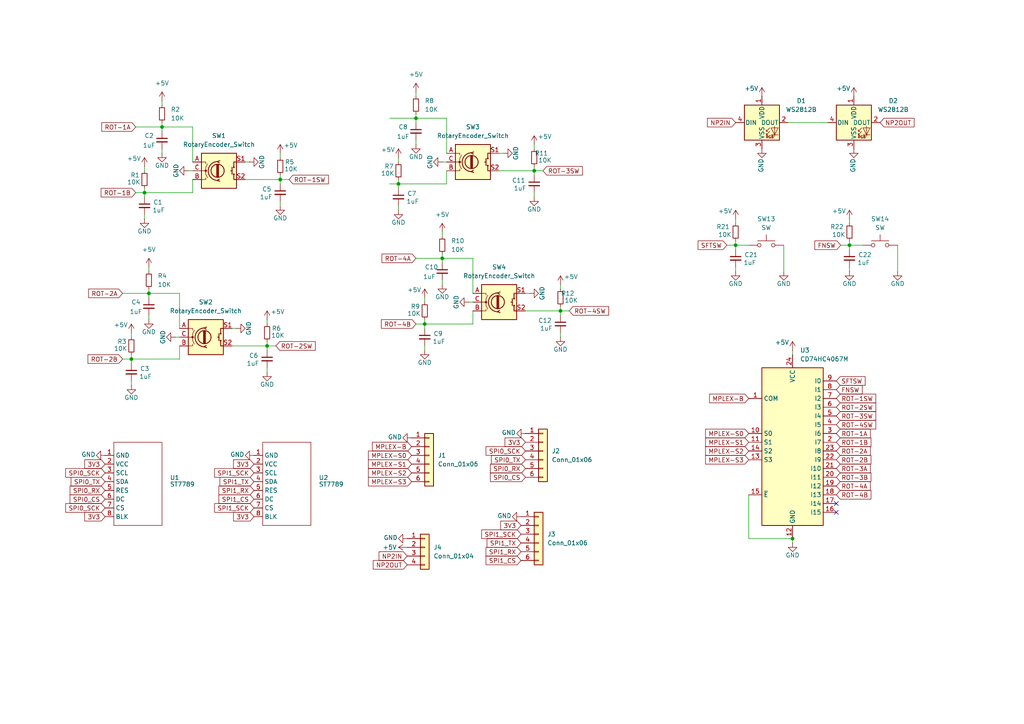
<source format=kicad_sch>
(kicad_sch (version 20231120) (generator "eeschema") (generator_version "8.0")
  (paper "A4")
  (lib_symbols
    (symbol "74xx:CD74HC4067M"
      (property "Reference" "U" (at -8.89 22.86 0))
      (property "Value" "CD74HC4067M" (at 1.27 22.86 0))
      (symbol "CD74HC4067M_0_1"
        (rectangle (start -8.89 21.59) (end 8.89 -24.13) (stroke (width 0.254)) (fill (type background)))
      )
      (symbol "CD74HC4067M_1_1"
        (pin passive line (at -12.7 12.7 0) (length 3.81) (name "COM") (number "1"))
        (pin input line (at -12.7 2.54 0) (length 3.81) (name "S0") (number "10"))
        (pin input line (at -12.7 0 0) (length 3.81) (name "S1") (number "11"))
        (pin power_in line (at 0 -27.94 90) (length 3.81) (name "GND") (number "12"))
        (pin input line (at -12.7 -5.08 0) (length 3.81) (name "S3") (number "13"))
        (pin input line (at -12.7 -2.54 0) (length 3.81) (name "S2") (number "14"))
        (pin input line (at -12.7 -15.24 0) (length 3.81) (name "~{E}") (number "15"))
        (pin passive line (at 12.7 -20.32 180) (length 3.81) (name "I15") (number "16"))
        (pin passive line (at 12.7 -17.78 180) (length 3.81) (name "I14") (number "17"))
        (pin passive line (at 12.7 -15.24 180) (length 3.81) (name "I13") (number "18"))
        (pin passive line (at 12.7 -12.7 180) (length 3.81) (name "I12") (number "19"))
        (pin passive line (at 12.7 0 180) (length 3.81) (name "I7") (number "2"))
        (pin passive line (at 12.7 -10.16 180) (length 3.81) (name "I11") (number "20"))
        (pin passive line (at 12.7 -7.62 180) (length 3.81) (name "I10") (number "21"))
        (pin passive line (at 12.7 -5.08 180) (length 3.81) (name "I9") (number "22"))
        (pin passive line (at 12.7 -2.54 180) (length 3.81) (name "I8") (number "23"))
        (pin power_in line (at 0 25.4 270) (length 3.81) (name "VCC") (number "24"))
        (pin passive line (at 12.7 2.54 180) (length 3.81) (name "I6") (number "3"))
        (pin passive line (at 12.7 5.08 180) (length 3.81) (name "I5") (number "4"))
        (pin passive line (at 12.7 7.62 180) (length 3.81) (name "I4") (number "5"))
        (pin passive line (at 12.7 10.16 180) (length 3.81) (name "I3") (number "6"))
        (pin passive line (at 12.7 12.7 180) (length 3.81) (name "I2") (number "7"))
        (pin passive line (at 12.7 15.24 180) (length 3.81) (name "I1") (number "8"))
        (pin passive line (at 12.7 17.78 180) (length 3.81) (name "I0") (number "9"))
      )
    )
    (symbol "Connector_Generic:Conn_01x04" (pin_names (offset 1.016) hide)
      (property "Reference" "J" (at 0 5.08 0))
      (property "Value" "Conn_01x04" (at 0 -7.62 0))
      (symbol "Conn_01x04_1_1"
        (rectangle (start -1.27 -4.953) (end 0 -5.207) (stroke (width 0.1524)))
        (rectangle (start -1.27 -2.413) (end 0 -2.667) (stroke (width 0.1524)))
        (rectangle (start -1.27 0.127) (end 0 -0.127) (stroke (width 0.1524)))
        (rectangle (start -1.27 2.667) (end 0 2.413) (stroke (width 0.1524)))
        (rectangle (start -1.27 3.81) (end 1.27 -6.35) (stroke (width 0.254)) (fill (type background)))
        (pin passive line (at -5.08 2.54 0) (length 3.81) (name "Pin_1") (number "1"))
        (pin passive line (at -5.08 0 0) (length 3.81) (name "Pin_2") (number "2"))
        (pin passive line (at -5.08 -2.54 0) (length 3.81) (name "Pin_3") (number "3"))
        (pin passive line (at -5.08 -5.08 0) (length 3.81) (name "Pin_4") (number "4"))
      )
    )
    (symbol "Connector_Generic:Conn_01x06" (pin_names (offset 1.016) hide)
      (property "Reference" "J" (at 0 7.62 0))
      (property "Value" "Conn_01x06" (at 0 -10.16 0))
      (symbol "Conn_01x06_1_1"
        (rectangle (start -1.27 -7.493) (end 0 -7.747) (stroke (width 0.1524)))
        (rectangle (start -1.27 -4.953) (end 0 -5.207) (stroke (width 0.1524)))
        (rectangle (start -1.27 -2.413) (end 0 -2.667) (stroke (width 0.1524)))
        (rectangle (start -1.27 0.127) (end 0 -0.127) (stroke (width 0.1524)))
        (rectangle (start -1.27 2.667) (end 0 2.413) (stroke (width 0.1524)))
        (rectangle (start -1.27 5.207) (end 0 4.953) (stroke (width 0.1524)))
        (rectangle (start -1.27 6.35) (end 1.27 -8.89) (stroke (width 0.254)) (fill (type background)))
        (pin passive line (at -5.08 5.08 0) (length 3.81) (name "Pin_1") (number "1"))
        (pin passive line (at -5.08 2.54 0) (length 3.81) (name "Pin_2") (number "2"))
        (pin passive line (at -5.08 0 0) (length 3.81) (name "Pin_3") (number "3"))
        (pin passive line (at -5.08 -2.54 0) (length 3.81) (name "Pin_4") (number "4"))
        (pin passive line (at -5.08 -5.08 0) (length 3.81) (name "Pin_5") (number "5"))
        (pin passive line (at -5.08 -7.62 0) (length 3.81) (name "Pin_6") (number "6"))
      )
    )
    (symbol "Device:C_Small" (pin_numbers hide) (pin_names (offset 0.254) hide)
      (property "Reference" "C" (at 0.254 1.778 0))
      (property "Value" "C_Small" (at 0.254 -2.032 0))
      (symbol "C_Small_0_1"
        (polyline (pts (xy -1.524 -0.508) (xy 1.524 -0.508)) (stroke (width 0.3302)))
        (polyline (pts (xy -1.524 0.508) (xy 1.524 0.508)) (stroke (width 0.3048)))
      )
      (symbol "C_Small_1_1"
        (pin passive line (at 0 2.54 270) (length 2.032) (name "~") (number "1"))
        (pin passive line (at 0 -2.54 90) (length 2.032) (name "~") (number "2"))
      )
    )
    (symbol "Device:R_Small" (pin_numbers hide) (pin_names (offset 0.254) hide)
      (property "Reference" "R" (at 0.762 0.508 0))
      (property "Value" "R_Small" (at 0.762 -1.016 0))
      (symbol "R_Small_0_1"
        (rectangle (start -0.762 1.778) (end 0.762 -1.778) (stroke (width 0.2032)))
      )
      (symbol "R_Small_1_1"
        (pin passive line (at 0 2.54 270) (length 0.762) (name "~") (number "1"))
        (pin passive line (at 0 -2.54 90) (length 0.762) (name "~") (number "2"))
      )
    )
    (symbol "Device:RotaryEncoder_Switch" (pin_names (offset 0.254) hide)
      (property "Reference" "SW" (at 0 6.604 0))
      (property "Value" "RotaryEncoder_Switch" (at 0 -6.604 0))
      (symbol "RotaryEncoder_Switch_0_1"
        (rectangle (start -5.08 5.08) (end 5.08 -5.08) (stroke (width 0.254)) (fill (type background)))
        (circle (center -3.81 0) (radius 0.254) (fill (type outline)))
        (circle (center -0.381 0) (radius 1.905) (stroke (width 0.254)))
        (arc (start -0.381 2.667) (mid -3.0988 -0.0635) (end -0.381 -2.794) (stroke (width 0.254)))
        (polyline (pts (xy -0.635 -1.778) (xy -0.635 1.778)) (stroke (width 0.254)))
        (polyline (pts (xy -0.381 -1.778) (xy -0.381 1.778)) (stroke (width 0.254)))
        (polyline (pts (xy -0.127 1.778) (xy -0.127 -1.778)) (stroke (width 0.254)))
        (polyline (pts (xy 3.81 0) (xy 3.429 0)) (stroke (width 0.254)))
        (polyline (pts (xy 3.81 1.016) (xy 3.81 -1.016)) (stroke (width 0.254)))
        (polyline (pts (xy -5.08 -2.54) (xy -3.81 -2.54) (xy -3.81 -2.032)))
        (polyline (pts (xy -5.08 2.54) (xy -3.81 2.54) (xy -3.81 2.032)))
        (polyline (pts (xy 0.254 -3.048) (xy -0.508 -2.794) (xy 0.127 -2.413)) (stroke (width 0.254)))
        (polyline (pts (xy 0.254 2.921) (xy -0.508 2.667) (xy 0.127 2.286)) (stroke (width 0.254)))
        (polyline (pts (xy 5.08 -2.54) (xy 4.318 -2.54) (xy 4.318 -1.016)) (stroke (width 0.254)))
        (polyline (pts (xy 5.08 2.54) (xy 4.318 2.54) (xy 4.318 1.016)) (stroke (width 0.254)))
        (polyline (pts (xy -5.08 0) (xy -3.81 0) (xy -3.81 -1.016) (xy -3.302 -2.032)))
        (polyline (pts (xy -4.318 0) (xy -3.81 0) (xy -3.81 1.016) (xy -3.302 2.032)))
        (circle (center 4.318 -1.016) (radius 0.127) (stroke (width 0.254)))
        (circle (center 4.318 1.016) (radius 0.127) (stroke (width 0.254)))
      )
      (symbol "RotaryEncoder_Switch_1_1"
        (pin passive line (at -7.62 2.54 0) (length 2.54) (name "A") (number "A"))
        (pin passive line (at -7.62 -2.54 0) (length 2.54) (name "B") (number "B"))
        (pin passive line (at -7.62 0 0) (length 2.54) (name "C") (number "C"))
        (pin passive line (at 7.62 2.54 180) (length 2.54) (name "S1") (number "S1"))
        (pin passive line (at 7.62 -2.54 180) (length 2.54) (name "S2") (number "S2"))
      )
    )
    (symbol "LED:WS2812B" (pin_names (offset 0.254))
      (property "Reference" "D" (at 5.08 5.715 0))
      (property "Value" "WS2812B" (at 1.27 -5.715 0))
      (symbol "WS2812B_0_0"
        (text "RGB" (at 2.286 -4.191 0) (effects (font (size 0.762 0.762))))
      )
      (symbol "WS2812B_0_1"
        (polyline (pts (xy 1.27 -3.556) (xy 1.778 -3.556)))
        (polyline (pts (xy 1.27 -2.54) (xy 1.778 -2.54)))
        (polyline (pts (xy 4.699 -3.556) (xy 2.667 -3.556)))
        (polyline (pts (xy 2.286 -2.54) (xy 1.27 -3.556) (xy 1.27 -3.048)))
        (polyline (pts (xy 2.286 -1.524) (xy 1.27 -2.54) (xy 1.27 -2.032)))
        (polyline (pts (xy 3.683 -1.016) (xy 3.683 -3.556) (xy 3.683 -4.064)))
        (polyline (pts (xy 4.699 -1.524) (xy 2.667 -1.524) (xy 3.683 -3.556) (xy 4.699 -1.524)))
        (rectangle (start 5.08 5.08) (end -5.08 -5.08) (stroke (width 0.254)) (fill (type background)))
      )
      (symbol "WS2812B_1_1"
        (pin power_in line (at 0 7.62 270) (length 2.54) (name "VDD") (number "1"))
        (pin output line (at 7.62 0 180) (length 2.54) (name "DOUT") (number "2"))
        (pin power_in line (at 0 -7.62 90) (length 2.54) (name "VSS") (number "3"))
        (pin input line (at -7.62 0 0) (length 2.54) (name "DIN") (number "4"))
      )
    )
    (symbol "Switch:SW_Push" (pin_numbers hide) (pin_names (offset 1.016) hide)
      (property "Reference" "SW" (at 1.27 2.54 0))
      (property "Value" "SW_Push" (at 0 -1.524 0))
      (symbol "SW_Push_0_1"
        (circle (center -2.032 0) (radius 0.508))
        (polyline (pts (xy 0 1.27) (xy 0 3.048)))
        (polyline (pts (xy 2.54 1.27) (xy -2.54 1.27)))
        (circle (center 2.032 0) (radius 0.508))
        (pin passive line (at -5.08 0 0) (length 2.54) (name "1") (number "1"))
        (pin passive line (at 5.08 0 180) (length 2.54) (name "2") (number "2"))
      )
    )
    (symbol "power:+5V" (power) (pin_numbers hide) (pin_names (offset 0) hide)
      (property "Value" "+5V" (at 0 3.556 0))
      (symbol "+5V_0_1"
        (polyline (pts (xy -0.762 1.27) (xy 0 2.54)))
        (polyline (pts (xy 0 0) (xy 0 2.54)))
        (polyline (pts (xy 0 2.54) (xy 0.762 1.27)))
      )
      (symbol "+5V_1_1"
        (pin power_in line (at 0 0 90) (length 0) (name "~") (number "1"))
      )
    )
    (symbol "power:GND" (power) (pin_numbers hide) (pin_names (offset 0) hide)
      (property "Value" "GND" (at 0 -3.81 0))
      (symbol "GND_0_1"
        (polyline (pts (xy 0 0) (xy 0 -1.27) (xy 1.27 -1.27) (xy 0 -2.54) (xy -1.27 -1.27) (xy 0 -1.27)))
      )
      (symbol "GND_1_1"
        (pin power_in line (at 0 0 270) (length 0) (name "~") (number "1"))
      )
    )
    (symbol "r3m1xxx_Library:ST7789-oled"
      (property "Reference" "U" (at -1.016 9.652 0))
      (symbol "ST7789-oled_0_1"
        (rectangle (start -7.62 11.43) (end 6.35 -12.7))
      )
      (symbol "ST7789-oled_1_1"
        (pin input line (at -10.16 7.62 0) (length 2.54) (name "GND") (number "1"))
        (pin input line (at -10.16 5.08 0) (length 2.54) (name "VCC") (number "2"))
        (pin input line (at -10.16 2.54 0) (length 2.54) (name "SCL") (number "3"))
        (pin input line (at -10.16 0 0) (length 2.54) (name "SDA") (number "4"))
        (pin input line (at -10.16 -2.54 0) (length 2.54) (name "RES") (number "5"))
        (pin input line (at -10.16 -5.08 0) (length 2.54) (name "DC") (number "6"))
        (pin input line (at -10.16 -7.62 0) (length 2.54) (name "CS") (number "7"))
        (pin input line (at -10.16 -10.16 0) (length 2.54) (name "BLK") (number "8"))
      )
    )
  )
  (junction (at 38.1 104.14))
  (junction (at 43.18 85.09))
  (junction (at 162.56 90.17))
  (junction (at 128.27 74.93))
  (junction (at 229.87 156.21))
  (junction (at 81.28 52.07))
  (junction (at 41.91 55.88))
  (junction (at 77.47 100.33))
  (junction (at 123.19 93.98))
  (junction (at 120.65 34.29))
  (junction (at 154.94 49.53))
  (junction (at 115.57 53.34))
  (junction (at 246.38 71.12))
  (junction (at 46.99 36.83))
  (junction (at 213.36 71.12))
  (no_connect (at 242.57 146.05))
  (no_connect (at 242.57 148.59))
  (wire (pts (xy 55.88 36.83) (xy 55.88 46.99)))
  (wire (pts (xy 229.87 101.6) (xy 229.87 102.87)))
  (wire (pts (xy 128.27 81.28) (xy 128.27 82.55)))
  (wire (pts (xy 38.1 104.14) (xy 52.07 104.14)))
  (wire (pts (xy 41.91 55.88) (xy 55.88 55.88)))
  (wire (pts (xy 113.03 34.29) (xy 120.65 34.29)))
  (wire (pts (xy 217.17 143.51) (xy 217.17 156.21)))
  (wire (pts (xy 154.94 49.53) (xy 154.94 48.26)))
  (wire (pts (xy 113.03 53.34) (xy 115.57 53.34)))
  (wire (pts (xy 137.16 74.93) (xy 137.16 85.09)))
  (wire (pts (xy 43.18 85.09) (xy 43.18 83.82)))
  (wire (pts (xy 81.28 52.07) (xy 81.28 50.8)))
  (wire (pts (xy 246.38 71.12) (xy 246.38 69.85)))
  (wire (pts (xy 128.27 67.31) (xy 128.27 68.58)))
  (wire (pts (xy 46.99 38.1) (xy 46.99 36.83)))
  (wire (pts (xy 123.19 95.25) (xy 123.19 93.98)))
  (wire (pts (xy 52.07 85.09) (xy 52.07 95.25)))
  (wire (pts (xy 123.19 100.33) (xy 123.19 101.6)))
  (wire (pts (xy 120.65 35.56) (xy 120.65 34.29)))
  (wire (pts (xy 46.99 29.21) (xy 46.99 30.48)))
  (wire (pts (xy 144.78 49.53) (xy 154.94 49.53)))
  (wire (pts (xy 154.94 41.91) (xy 154.94 43.18)))
  (wire (pts (xy 157.48 49.53) (xy 154.94 49.53)))
  (wire (pts (xy 120.65 40.64) (xy 120.65 41.91)))
  (wire (pts (xy 67.31 100.33) (xy 77.47 100.33)))
  (wire (pts (xy 41.91 55.88) (xy 41.91 54.61)))
  (wire (pts (xy 80.01 100.33) (xy 77.47 100.33)))
  (wire (pts (xy 246.38 71.12) (xy 250.19 71.12)))
  (wire (pts (xy 55.88 55.88) (xy 55.88 52.07)))
  (wire (pts (xy 77.47 106.68) (xy 77.47 107.95)))
  (wire (pts (xy 162.56 90.17) (xy 162.56 88.9)))
  (wire (pts (xy 154.94 50.8) (xy 154.94 49.53)))
  (wire (pts (xy 128.27 74.93) (xy 137.16 74.93)))
  (wire (pts (xy 54.61 49.53) (xy 55.88 49.53)))
  (wire (pts (xy 162.56 82.55) (xy 162.56 83.82)))
  (wire (pts (xy 137.16 93.98) (xy 137.16 90.17)))
  (wire (pts (xy 213.36 71.12) (xy 213.36 69.85)))
  (wire (pts (xy 77.47 100.33) (xy 77.47 99.06)))
  (wire (pts (xy 81.28 58.42) (xy 81.28 59.69)))
  (wire (pts (xy 83.82 52.07) (xy 81.28 52.07)))
  (wire (pts (xy 165.1 90.17) (xy 162.56 90.17)))
  (wire (pts (xy 229.87 156.21) (xy 229.87 157.48)))
  (wire (pts (xy 35.56 104.14) (xy 38.1 104.14)))
  (wire (pts (xy 41.91 57.15) (xy 41.91 55.88)))
  (wire (pts (xy 115.57 53.34) (xy 115.57 52.07)))
  (wire (pts (xy 38.1 96.52) (xy 38.1 97.79)))
  (wire (pts (xy 123.19 93.98) (xy 123.19 92.71)))
  (wire (pts (xy 154.94 55.88) (xy 154.94 57.15)))
  (wire (pts (xy 135.89 87.63) (xy 137.16 87.63)))
  (wire (pts (xy 41.91 62.23) (xy 41.91 63.5)))
  (wire (pts (xy 246.38 72.39) (xy 246.38 71.12)))
  (wire (pts (xy 153.67 85.09) (xy 152.4 85.09)))
  (wire (pts (xy 120.65 93.98) (xy 123.19 93.98)))
  (wire (pts (xy 162.56 91.44) (xy 162.56 90.17)))
  (wire (pts (xy 120.65 74.93) (xy 128.27 74.93)))
  (wire (pts (xy 39.37 36.83) (xy 46.99 36.83)))
  (wire (pts (xy 120.65 26.67) (xy 120.65 27.94)))
  (wire (pts (xy 43.18 86.36) (xy 43.18 85.09)))
  (wire (pts (xy 77.47 92.71) (xy 77.47 93.98)))
  (wire (pts (xy 123.19 86.36) (xy 123.19 87.63)))
  (wire (pts (xy 129.54 53.34) (xy 129.54 49.53)))
  (wire (pts (xy 43.18 77.47) (xy 43.18 78.74)))
  (wire (pts (xy 213.36 72.39) (xy 213.36 71.12)))
  (wire (pts (xy 227.33 71.12) (xy 227.33 78.74)))
  (wire (pts (xy 81.28 44.45) (xy 81.28 45.72)))
  (wire (pts (xy 72.39 46.99) (xy 71.12 46.99)))
  (wire (pts (xy 41.91 48.26) (xy 41.91 49.53)))
  (wire (pts (xy 210.82 71.12) (xy 213.36 71.12)))
  (wire (pts (xy 71.12 52.07) (xy 81.28 52.07)))
  (wire (pts (xy 152.4 90.17) (xy 162.56 90.17)))
  (wire (pts (xy 123.19 93.98) (xy 137.16 93.98)))
  (wire (pts (xy 115.57 54.61) (xy 115.57 53.34)))
  (wire (pts (xy 115.57 59.69) (xy 115.57 60.96)))
  (wire (pts (xy 39.37 55.88) (xy 41.91 55.88)))
  (wire (pts (xy 213.36 77.47) (xy 213.36 78.74)))
  (wire (pts (xy 38.1 104.14) (xy 38.1 102.87)))
  (wire (pts (xy 68.58 95.25) (xy 67.31 95.25)))
  (wire (pts (xy 246.38 77.47) (xy 246.38 78.74)))
  (wire (pts (xy 38.1 110.49) (xy 38.1 111.76)))
  (wire (pts (xy 77.47 101.6) (xy 77.47 100.33)))
  (wire (pts (xy 35.56 85.09) (xy 43.18 85.09)))
  (wire (pts (xy 46.99 36.83) (xy 46.99 35.56)))
  (wire (pts (xy 43.18 91.44) (xy 43.18 92.71)))
  (wire (pts (xy 46.99 36.83) (xy 55.88 36.83)))
  (wire (pts (xy 120.65 34.29) (xy 120.65 33.02)))
  (wire (pts (xy 115.57 53.34) (xy 129.54 53.34)))
  (wire (pts (xy 246.38 63.5) (xy 246.38 64.77)))
  (wire (pts (xy 128.27 76.2) (xy 128.27 74.93)))
  (wire (pts (xy 81.28 53.34) (xy 81.28 52.07)))
  (wire (pts (xy 213.36 63.5) (xy 213.36 64.77)))
  (wire (pts (xy 115.57 45.72) (xy 115.57 46.99)))
  (wire (pts (xy 129.54 34.29) (xy 129.54 44.45)))
  (wire (pts (xy 46.99 43.18) (xy 46.99 44.45)))
  (wire (pts (xy 162.56 96.52) (xy 162.56 97.79)))
  (wire (pts (xy 228.6 35.56) (xy 240.03 35.56)))
  (wire (pts (xy 217.17 156.21) (xy 229.87 156.21)))
  (wire (pts (xy 260.35 71.12) (xy 260.35 78.74)))
  (wire (pts (xy 243.84 71.12) (xy 246.38 71.12)))
  (wire (pts (xy 213.36 71.12) (xy 217.17 71.12)))
  (wire (pts (xy 146.05 44.45) (xy 144.78 44.45)))
  (wire (pts (xy 43.18 85.09) (xy 52.07 85.09)))
  (wire (pts (xy 128.27 46.99) (xy 129.54 46.99)))
  (wire (pts (xy 50.8 97.79) (xy 52.07 97.79)))
  (wire (pts (xy 52.07 104.14) (xy 52.07 100.33)))
  (wire (pts (xy 38.1 105.41) (xy 38.1 104.14)))
  (wire (pts (xy 120.65 34.29) (xy 129.54 34.29)))
  (wire (pts (xy 128.27 74.93) (xy 128.27 73.66)))
  (global_label "ROT-3SW" (shape input) (at 242.57 120.65 0) (property "Intersheetrefs" "${INTERSHEET_REFS}" (effects (hide yes))))
  (global_label "3V3" (shape input) (at 152.4 128.27 180) (property "Intersheetrefs" "${INTERSHEET_REFS}" (effects (hide yes))))
  (global_label "ROT-4A" (shape input) (at 120.65 74.93 180) (property "Intersheetrefs" "${INTERSHEET_REFS}" (effects (hide yes))))
  (global_label "ROT-4B" (shape input) (at 242.57 143.51 0) (property "Intersheetrefs" "${INTERSHEET_REFS}" (effects (hide yes))))
  (global_label "MPLEX-S0" (shape input) (at 217.17 125.73 180) (property "Intersheetrefs" "${INTERSHEET_REFS}" (effects (hide yes))))
  (global_label "SPI0_CS" (shape input) (at 30.48 144.78 180) (property "Intersheetrefs" "${INTERSHEET_REFS}" (effects (hide yes))))
  (global_label "SPI0_TX" (shape input) (at 30.48 139.7 180) (property "Intersheetrefs" "${INTERSHEET_REFS}" (effects (hide yes))))
  (global_label "3V3" (shape input) (at 151.13 152.4 180) (property "Intersheetrefs" "${INTERSHEET_REFS}" (effects (hide yes))))
  (global_label "ROT-4A" (shape input) (at 242.57 140.97 0) (property "Intersheetrefs" "${INTERSHEET_REFS}" (effects (hide yes))))
  (global_label "SPI0_RX" (shape input) (at 152.4 135.89 180) (property "Intersheetrefs" "${INTERSHEET_REFS}" (effects (hide yes))))
  (global_label "SFTSW" (shape input) (at 242.57 110.49 0) (property "Intersheetrefs" "${INTERSHEET_REFS}" (effects (hide yes))))
  (global_label "SPI0_SCK" (shape input) (at 152.4 130.81 180) (property "Intersheetrefs" "${INTERSHEET_REFS}" (effects (hide yes))))
  (global_label "SPI0_SCK" (shape input) (at 30.48 147.32 180) (property "Intersheetrefs" "${INTERSHEET_REFS}" (effects (hide yes))))
  (global_label "3V3" (shape input) (at 30.48 134.62 180) (property "Intersheetrefs" "${INTERSHEET_REFS}" (effects (hide yes))))
  (global_label "SPI1_SCK" (shape input) (at 151.13 154.94 180) (property "Intersheetrefs" "${INTERSHEET_REFS}" (effects (hide yes))))
  (global_label "3V3" (shape input) (at 73.66 149.86 180) (property "Intersheetrefs" "${INTERSHEET_REFS}" (effects (hide yes))))
  (global_label "NP2OUT" (shape input) (at 118.11 163.83 180) (property "Intersheetrefs" "${INTERSHEET_REFS}" (effects (hide yes))))
  (global_label "SPI0_TX" (shape input) (at 152.4 133.35 180) (property "Intersheetrefs" "${INTERSHEET_REFS}" (effects (hide yes))))
  (global_label "MPLEX-S3" (shape input) (at 119.38 139.7 180) (property "Intersheetrefs" "${INTERSHEET_REFS}" (effects (hide yes))))
  (global_label "ROT-1A" (shape input) (at 39.37 36.83 180) (property "Intersheetrefs" "${INTERSHEET_REFS}" (effects (hide yes))))
  (global_label "SPI1_RX" (shape input) (at 151.13 160.02 180) (property "Intersheetrefs" "${INTERSHEET_REFS}" (effects (hide yes))))
  (global_label "SPI1_RX" (shape input) (at 73.66 142.24 180) (property "Intersheetrefs" "${INTERSHEET_REFS}" (effects (hide yes))))
  (global_label "MPLEX-S2" (shape input) (at 119.38 137.16 180) (property "Intersheetrefs" "${INTERSHEET_REFS}" (effects (hide yes))))
  (global_label "FNSW" (shape input) (at 242.57 113.03 0) (property "Intersheetrefs" "${INTERSHEET_REFS}" (effects (hide yes))))
  (global_label "ROT-1SW" (shape input) (at 83.82 52.07 0) (property "Intersheetrefs" "${INTERSHEET_REFS}" (effects (hide yes))))
  (global_label "ROT-3A" (shape input) (at 242.57 135.89 0) (property "Intersheetrefs" "${INTERSHEET_REFS}" (effects (hide yes))))
  (global_label "ROT-3SW" (shape input) (at 157.48 49.53 0) (property "Intersheetrefs" "${INTERSHEET_REFS}" (effects (hide yes))))
  (global_label "MPLEX-S0" (shape input) (at 119.38 132.08 180) (property "Intersheetrefs" "${INTERSHEET_REFS}" (effects (hide yes))))
  (global_label "ROT-2B" (shape input) (at 242.57 133.35 0) (property "Intersheetrefs" "${INTERSHEET_REFS}" (effects (hide yes))))
  (global_label "MPLEX-B" (shape input) (at 217.17 115.57 180) (property "Intersheetrefs" "${INTERSHEET_REFS}" (effects (hide yes))))
  (global_label "SPI1_CS" (shape input) (at 73.66 144.78 180) (property "Intersheetrefs" "${INTERSHEET_REFS}" (effects (hide yes))))
  (global_label "ROT-2A" (shape input) (at 242.57 130.81 0) (property "Intersheetrefs" "${INTERSHEET_REFS}" (effects (hide yes))))
  (global_label "SPI1_SCK" (shape input) (at 73.66 147.32 180) (property "Intersheetrefs" "${INTERSHEET_REFS}" (effects (hide yes))))
  (global_label "ROT-4SW" (shape input) (at 165.1 90.17 0) (property "Intersheetrefs" "${INTERSHEET_REFS}" (effects (hide yes))))
  (global_label "ROT-2SW" (shape input) (at 242.57 118.11 0) (property "Intersheetrefs" "${INTERSHEET_REFS}" (effects (hide yes))))
  (global_label "MPLEX-S1" (shape input) (at 217.17 128.27 180) (property "Intersheetrefs" "${INTERSHEET_REFS}" (effects (hide yes))))
  (global_label "ROT-2SW" (shape input) (at 80.01 100.33 0) (property "Intersheetrefs" "${INTERSHEET_REFS}" (effects (hide yes))))
  (global_label "ROT-4SW" (shape input) (at 242.57 123.19 0) (property "Intersheetrefs" "${INTERSHEET_REFS}" (effects (hide yes))))
  (global_label "SPI1_CS" (shape input) (at 151.13 162.56 180) (property "Intersheetrefs" "${INTERSHEET_REFS}" (effects (hide yes))))
  (global_label "SFTSW" (shape input) (at 210.82 71.12 180) (property "Intersheetrefs" "${INTERSHEET_REFS}" (effects (hide yes))))
  (global_label "3V3" (shape input) (at 30.48 149.86 180) (property "Intersheetrefs" "${INTERSHEET_REFS}" (effects (hide yes))))
  (global_label "ROT-1A" (shape input) (at 242.57 125.73 0) (property "Intersheetrefs" "${INTERSHEET_REFS}" (effects (hide yes))))
  (global_label "ROT-4B" (shape input) (at 120.65 93.98 180) (property "Intersheetrefs" "${INTERSHEET_REFS}" (effects (hide yes))))
  (global_label "SPI0_CS" (shape input) (at 152.4 138.43 180) (property "Intersheetrefs" "${INTERSHEET_REFS}" (effects (hide yes))))
  (global_label "ROT-1B" (shape input) (at 242.57 128.27 0) (property "Intersheetrefs" "${INTERSHEET_REFS}" (effects (hide yes))))
  (global_label "ROT-1B" (shape input) (at 39.37 55.88 180) (property "Intersheetrefs" "${INTERSHEET_REFS}" (effects (hide yes))))
  (global_label "SPI1_TX" (shape input) (at 73.66 139.7 180) (property "Intersheetrefs" "${INTERSHEET_REFS}" (effects (hide yes))))
  (global_label "MPLEX-S3" (shape input) (at 217.17 133.35 180) (property "Intersheetrefs" "${INTERSHEET_REFS}" (effects (hide yes))))
  (global_label "NP2IN" (shape input) (at 213.36 35.56 180) (property "Intersheetrefs" "${INTERSHEET_REFS}" (effects (hide yes))))
  (global_label "NP2OUT" (shape input) (at 255.27 35.56 0) (property "Intersheetrefs" "${INTERSHEET_REFS}" (effects (hide yes))))
  (global_label "SPI0_RX" (shape input) (at 30.48 142.24 180) (property "Intersheetrefs" "${INTERSHEET_REFS}" (effects (hide yes))))
  (global_label "SPI1_SCK" (shape input) (at 73.66 137.16 180) (property "Intersheetrefs" "${INTERSHEET_REFS}" (effects (hide yes))))
  (global_label "ROT-2A" (shape input) (at 35.56 85.09 180) (property "Intersheetrefs" "${INTERSHEET_REFS}" (effects (hide yes))))
  (global_label "SPI1_TX" (shape input) (at 151.13 157.48 180) (property "Intersheetrefs" "${INTERSHEET_REFS}" (effects (hide yes))))
  (global_label "FNSW" (shape input) (at 243.84 71.12 180) (property "Intersheetrefs" "${INTERSHEET_REFS}" (effects (hide yes))))
  (global_label "ROT-1SW" (shape input) (at 242.57 115.57 0) (property "Intersheetrefs" "${INTERSHEET_REFS}" (effects (hide yes))))
  (global_label "3V3" (shape input) (at 73.66 134.62 180) (property "Intersheetrefs" "${INTERSHEET_REFS}" (effects (hide yes))))
  (global_label "MPLEX-B" (shape input) (at 119.38 129.54 180) (property "Intersheetrefs" "${INTERSHEET_REFS}" (effects (hide yes))))
  (global_label "ROT-2B" (shape input) (at 35.56 104.14 180) (property "Intersheetrefs" "${INTERSHEET_REFS}" (effects (hide yes))))
  (global_label "SPI0_SCK" (shape input) (at 30.48 137.16 180) (property "Intersheetrefs" "${INTERSHEET_REFS}" (effects (hide yes))))
  (global_label "MPLEX-S1" (shape input) (at 119.38 134.62 180) (property "Intersheetrefs" "${INTERSHEET_REFS}" (effects (hide yes))))
  (global_label "NP2IN" (shape input) (at 118.11 161.29 180) (property "Intersheetrefs" "${INTERSHEET_REFS}" (effects (hide yes))))
  (global_label "MPLEX-S2" (shape input) (at 217.17 130.81 180) (property "Intersheetrefs" "${INTERSHEET_REFS}" (effects (hide yes))))
  (global_label "ROT-3B" (shape input) (at 242.57 138.43 0) (property "Intersheetrefs" "${INTERSHEET_REFS}" (effects (hide yes))))
  (symbol (lib_id "power:GND") (at 72.39 46.99 90) (mirror x) (unit 1)
    (property "Reference" "#PWR027" (effects (hide yes)))
    (property "Value" "GND" (at 75.946 46.99 0))
    (property "Description" "Power symbol creates a global label with name \"GND\" , ground" (effects (hide yes)))
  )
  (symbol (lib_id "power:GND") (at 73.66 132.08 270) (mirror x) (unit 1)
    (property "Reference" "#PWR080" (effects (hide yes)))
    (property "Value" "GND" (at 68.834 131.826 90))
    (property "Description" "Power symbol creates a global label with name \"GND\" , ground" (effects (hide yes)))
  )
  (symbol (lib_id "Device:C_Small") (at 115.57 57.15 0) (unit 1)
    (property "Reference" "C7" (at 118.11 56.134 0) (effects (justify left)))
    (property "Value" "1uF" (at 117.856 58.42 0) (effects (justify left)))
    (property "Description" "Unpolarized capacitor, small symbol" (effects (hide yes)))
  )
  (symbol (lib_id "power:GND") (at 41.91 63.5 0) (mirror y) (unit 1)
    (property "Reference" "#PWR018" (effects (hide yes)))
    (property "Value" "GND" (at 41.91 67.056 0))
    (property "Description" "Power symbol creates a global label with name \"GND\" , ground" (effects (hide yes)))
  )
  (symbol (lib_id "Device:C_Small") (at 246.38 74.93 0) (unit 1)
    (property "Reference" "C22" (at 248.92 73.914 0) (effects (justify left)))
    (property "Value" "1uF" (at 248.666 76.2 0) (effects (justify left)))
    (property "Description" "Unpolarized capacitor, small symbol" (effects (hide yes)))
  )
  (symbol (lib_id "power:GND") (at 54.61 49.53 270) (mirror x) (unit 1)
    (property "Reference" "#PWR023" (effects (hide yes)))
    (property "Value" "GND" (at 51.054 49.53 0))
    (property "Description" "Power symbol creates a global label with name \"GND\" , ground" (effects (hide yes)))
  )
  (symbol (lib_id "Device:RotaryEncoder_Switch") (at 63.5 49.53 0) (unit 1)
    (property "Reference" "SW1" (at 63.5 39.37 0))
    (property "Value" "RotaryEncoder_Switch" (at 63.5 41.91 0))
    (property "Description" "Rotary encoder, dual channel, incremental quadrate outputs, with switch" (effects (hide yes)))
  )
  (symbol (lib_id "power:GND") (at 154.94 57.15 0) (unit 1)
    (property "Reference" "#PWR046" (effects (hide yes)))
    (property "Value" "GND" (at 154.94 60.706 0))
    (property "Description" "Power symbol creates a global label with name \"GND\" , ground" (effects (hide yes)))
  )
  (symbol (lib_id "r3m1xxx_Library:ST7789-oled") (at 40.64 139.7 0) (unit 1)
    (property "Reference" "U1" (at 49.276 138.5569 0) (effects (justify left)))
    (property "Value" "ST7789" (at 49.276 140.462 0) (effects (justify left)))
  )
  (symbol (lib_id "power:GND") (at 146.05 44.45 90) (mirror x) (unit 1)
    (property "Reference" "#PWR043" (effects (hide yes)))
    (property "Value" "GND" (at 149.606 44.45 0))
    (property "Description" "Power symbol creates a global label with name \"GND\" , ground" (effects (hide yes)))
  )
  (symbol (lib_id "power:+5V") (at 247.65 27.94 0) (unit 1)
    (property "Reference" "#PWR086" (effects (hide yes)))
    (property "Value" "+5V" (at 244.602 25.654 0))
    (property "Description" "Power symbol creates a global label with name \"+5V\"" (effects (hide yes)))
  )
  (symbol (lib_id "power:+5V") (at 162.56 82.55 0) (mirror y) (unit 1)
    (property "Reference" "#PWR047" (effects (hide yes)))
    (property "Value" "+5V" (at 165.608 80.264 0))
    (property "Description" "Power symbol creates a global label with name \"+5V\"" (effects (hide yes)))
  )
  (symbol (lib_id "Connector_Generic:Conn_01x06") (at 157.48 130.81 0) (unit 1)
    (property "Reference" "J2" (at 160.02 130.8099 0) (effects (justify left)))
    (property "Value" "Conn_01x06" (at 160.02 133.3499 0) (effects (justify left)))
    (property "Description" "Generic connector, single row, 01x06, script generated (kicad-library-utils/schlib/autogen/connector/)" (effects (hide yes)))
  )
  (symbol (lib_id "power:+5V") (at 246.38 63.5 0) (unit 1)
    (property "Reference" "#PWR076" (effects (hide yes)))
    (property "Value" "+5V" (at 243.332 61.214 0))
    (property "Description" "Power symbol creates a global label with name \"+5V\"" (effects (hide yes)))
  )
  (symbol (lib_id "Device:R_Small") (at 77.47 96.52 0) (mirror y) (unit 1)
    (property "Reference" "R6" (at 81.534 95.25 0) (effects (justify left)))
    (property "Value" "10K" (at 82.55 97.282 0) (effects (justify left)))
    (property "Description" "Resistor, small symbol" (effects (hide yes)))
  )
  (symbol (lib_id "power:GND") (at 68.58 95.25 90) (mirror x) (unit 1)
    (property "Reference" "#PWR028" (effects (hide yes)))
    (property "Value" "GND" (at 72.136 95.25 0))
    (property "Description" "Power symbol creates a global label with name \"GND\" , ground" (effects (hide yes)))
  )
  (symbol (lib_id "Device:R_Small") (at 128.27 71.12 0) (unit 1)
    (property "Reference" "R10" (at 130.81 69.8499 0) (effects (justify left)))
    (property "Value" "10K" (at 130.81 72.3899 0) (effects (justify left)))
    (property "Description" "Resistor, small symbol" (effects (hide yes)))
  )
  (symbol (lib_id "power:GND") (at 115.57 60.96 0) (mirror y) (unit 1)
    (property "Reference" "#PWR034" (effects (hide yes)))
    (property "Value" "GND" (at 115.57 64.516 0))
    (property "Description" "Power symbol creates a global label with name \"GND\" , ground" (effects (hide yes)))
  )
  (symbol (lib_id "power:+5V") (at 41.91 48.26 0) (unit 1)
    (property "Reference" "#PWR017" (effects (hide yes)))
    (property "Value" "+5V" (at 38.862 45.974 0))
    (property "Description" "Power symbol creates a global label with name \"+5V\"" (effects (hide yes)))
  )
  (symbol (lib_id "power:GND") (at 81.28 59.69 0) (unit 1)
    (property "Reference" "#PWR030" (effects (hide yes)))
    (property "Value" "GND" (at 81.28 63.246 0))
    (property "Description" "Power symbol creates a global label with name \"GND\" , ground" (effects (hide yes)))
  )
  (symbol (lib_id "power:GND") (at 77.47 107.95 0) (unit 1)
    (property "Reference" "#PWR032" (effects (hide yes)))
    (property "Value" "GND" (at 77.47 111.506 0))
    (property "Description" "Power symbol creates a global label with name \"GND\" , ground" (effects (hide yes)))
  )
  (symbol (lib_id "power:GND") (at 120.65 41.91 0) (mirror y) (unit 1)
    (property "Reference" "#PWR036" (effects (hide yes)))
    (property "Value" "GND" (at 120.65 45.466 0))
    (property "Description" "Power symbol creates a global label with name \"GND\" , ground" (effects (hide yes)))
  )
  (symbol (lib_id "Device:R_Small") (at 123.19 90.17 0) (unit 1)
    (property "Reference" "R9" (at 119.126 88.9 0) (effects (justify left)))
    (property "Value" "10K" (at 118.11 90.932 0) (effects (justify left)))
    (property "Description" "Resistor, small symbol" (effects (hide yes)))
  )
  (symbol (lib_id "Connector_Generic:Conn_01x06") (at 124.46 132.08 0) (unit 1)
    (property "Reference" "J1" (at 127 132.0799 0) (effects (justify left)))
    (property "Value" "Conn_01x06" (at 127 134.6199 0) (effects (justify left)))
    (property "Description" "Generic connector, single row, 01x06, script generated (kicad-library-utils/schlib/autogen/connector/)" (effects (hide yes)))
  )
  (symbol (lib_id "power:+5V") (at 118.11 158.75 90) (unit 1)
    (property "Reference" "#PWR090" (effects (hide yes)))
    (property "Value" "+5V" (at 113.03 158.75 90))
    (property "Description" "Power symbol creates a global label with name \"+5V\"" (effects (hide yes)))
  )
  (symbol (lib_id "power:GND") (at 135.89 87.63 270) (mirror x) (unit 1)
    (property "Reference" "#PWR042" (effects (hide yes)))
    (property "Value" "GND" (at 132.334 87.63 0))
    (property "Description" "Power symbol creates a global label with name \"GND\" , ground" (effects (hide yes)))
  )
  (symbol (lib_id "power:GND") (at 50.8 97.79 270) (mirror x) (unit 1)
    (property "Reference" "#PWR026" (effects (hide yes)))
    (property "Value" "GND" (at 47.244 97.79 0))
    (property "Description" "Power symbol creates a global label with name \"GND\" , ground" (effects (hide yes)))
  )
  (symbol (lib_id "Device:R_Small") (at 46.99 33.02 0) (unit 1)
    (property "Reference" "R2" (at 49.53 31.7499 0) (effects (justify left)))
    (property "Value" "10K" (at 49.53 34.2899 0) (effects (justify left)))
    (property "Description" "Resistor, small symbol" (effects (hide yes)))
  )
  (symbol (lib_id "power:GND") (at 260.35 78.74 0) (mirror y) (unit 1)
    (property "Reference" "#PWR078" (effects (hide yes)))
    (property "Value" "GND" (at 260.35 82.296 0))
    (property "Description" "Power symbol creates a global label with name \"GND\" , ground" (effects (hide yes)))
  )
  (symbol (lib_id "Switch:SW_Push") (at 255.27 71.12 0) (unit 1)
    (property "Reference" "SW14" (at 255.27 63.5 0))
    (property "Value" "SW" (at 255.27 66.04 0))
    (property "Description" "Push button switch, generic, two pins" (effects (hide yes)))
  )
  (symbol (lib_id "r3m1xxx_Library:ST7789-oled") (at 83.82 139.7 0) (unit 1)
    (property "Reference" "U2" (at 92.456 138.5569 0) (effects (justify left)))
    (property "Value" "ST7789" (at 92.456 140.462 0) (effects (justify left)))
  )
  (symbol (lib_id "power:GND") (at 162.56 97.79 0) (unit 1)
    (property "Reference" "#PWR048" (effects (hide yes)))
    (property "Value" "GND" (at 162.56 101.346 0))
    (property "Description" "Power symbol creates a global label with name \"GND\" , ground" (effects (hide yes)))
  )
  (symbol (lib_id "Device:C_Small") (at 43.18 88.9 0) (unit 1)
    (property "Reference" "C4" (at 38.1 87.63 0) (effects (justify left)))
    (property "Value" "1uF" (at 37.592 90.424 0) (effects (justify left)))
    (property "Description" "Unpolarized capacitor, small symbol" (effects (hide yes)))
  )
  (symbol (lib_id "power:GND") (at 46.99 44.45 0) (mirror y) (unit 1)
    (property "Reference" "#PWR020" (effects (hide yes)))
    (property "Value" "GND" (at 46.99 48.006 0))
    (property "Description" "Power symbol creates a global label with name \"GND\" , ground" (effects (hide yes)))
  )
  (symbol (lib_id "power:+5V") (at 123.19 86.36 0) (unit 1)
    (property "Reference" "#PWR037" (effects (hide yes)))
    (property "Value" "+5V" (at 120.142 84.074 0))
    (property "Description" "Power symbol creates a global label with name \"+5V\"" (effects (hide yes)))
  )
  (symbol (lib_id "power:GND") (at 128.27 46.99 270) (mirror x) (unit 1)
    (property "Reference" "#PWR039" (effects (hide yes)))
    (property "Value" "GND" (at 124.714 46.99 0))
    (property "Description" "Power symbol creates a global label with name \"GND\" , ground" (effects (hide yes)))
  )
  (symbol (lib_id "Device:C_Small") (at 46.99 40.64 0) (unit 1)
    (property "Reference" "C2" (at 41.91 39.37 0) (effects (justify left)))
    (property "Value" "1uF" (at 41.402 42.164 0) (effects (justify left)))
    (property "Description" "Unpolarized capacitor, small symbol" (effects (hide yes)))
  )
  (symbol (lib_id "LED:WS2812B") (at 247.65 35.56 0) (unit 1)
    (property "Reference" "D2" (at 259.08 29.2414 0))
    (property "Value" "WS2812B" (at 259.08 31.7814 0))
    (property "Footprint" "LED_SMD:LED_WS2812B_PLCC4_5.0x5.0mm_P3.2mm" (effects (hide yes)))
    (property "Datasheet" "https://cdn-shop.adafruit.com/datasheets/WS2812B.pdf" (effects (hide yes)))
    (property "Description" "RGB LED with integrated controller" (effects (hide yes)))
  )
  (symbol (lib_id "Device:C_Small") (at 154.94 53.34 0) (mirror y) (unit 1)
    (property "Reference" "C11" (at 152.4 52.324 0) (effects (justify left)))
    (property "Value" "1uF" (at 152.654 54.61 0) (effects (justify left)))
    (property "Description" "Unpolarized capacitor, small symbol" (effects (hide yes)))
  )
  (symbol (lib_id "Connector_Generic:Conn_01x04") (at 123.19 158.75 0) (unit 1)
    (property "Reference" "J4" (at 125.73 158.7499 0) (effects (justify left)))
    (property "Value" "Conn_01x04" (at 125.73 161.2899 0) (effects (justify left)))
    (property "Description" "Generic connector, single row, 01x04, script generated (kicad-library-utils/schlib/autogen/connector/)" (effects (hide yes)))
  )
  (symbol (lib_id "power:GND") (at 246.38 78.74 0) (mirror y) (unit 1)
    (property "Reference" "#PWR077" (effects (hide yes)))
    (property "Value" "GND" (at 246.38 82.296 0))
    (property "Description" "Power symbol creates a global label with name \"GND\" , ground" (effects (hide yes)))
  )
  (symbol (lib_id "power:GND") (at 247.65 43.18 0) (mirror y) (unit 1)
    (property "Reference" "#PWR084" (effects (hide yes)))
    (property "Value" "GND" (at 247.396 48.006 90))
    (property "Description" "Power symbol creates a global label with name \"GND\" , ground" (effects (hide yes)))
  )
  (symbol (lib_id "power:+5V") (at 77.47 92.71 0) (mirror y) (unit 1)
    (property "Reference" "#PWR031" (effects (hide yes)))
    (property "Value" "+5V" (at 80.518 90.424 0))
    (property "Description" "Power symbol creates a global label with name \"+5V\"" (effects (hide yes)))
  )
  (symbol (lib_id "power:GND") (at 227.33 78.74 0) (mirror y) (unit 1)
    (property "Reference" "#PWR075" (effects (hide yes)))
    (property "Value" "GND" (at 227.33 82.296 0))
    (property "Description" "Power symbol creates a global label with name \"GND\" , ground" (effects (hide yes)))
  )
  (symbol (lib_id "Device:C_Small") (at 120.65 38.1 0) (unit 1)
    (property "Reference" "C8" (at 115.57 36.83 0) (effects (justify left)))
    (property "Value" "1uF" (at 115.062 39.624 0) (effects (justify left)))
    (property "Description" "Unpolarized capacitor, small symbol" (effects (hide yes)))
  )
  (symbol (lib_id "Device:RotaryEncoder_Switch") (at 137.16 46.99 0) (unit 1)
    (property "Reference" "SW3" (at 137.16 36.83 0))
    (property "Value" "RotaryEncoder_Switch" (at 137.16 39.37 0))
    (property "Description" "Rotary encoder, dual channel, incremental quadrate outputs, with switch" (effects (hide yes)))
  )
  (symbol (lib_id "power:GND") (at 128.27 82.55 0) (mirror y) (unit 1)
    (property "Reference" "#PWR041" (effects (hide yes)))
    (property "Value" "GND" (at 128.27 86.106 0))
    (property "Description" "Power symbol creates a global label with name \"GND\" , ground" (effects (hide yes)))
  )
  (symbol (lib_id "power:GND") (at 30.48 132.08 270) (mirror x) (unit 1)
    (property "Reference" "#PWR083" (effects (hide yes)))
    (property "Value" "GND" (at 25.654 131.826 90))
    (property "Description" "Power symbol creates a global label with name \"GND\" , ground" (effects (hide yes)))
  )
  (symbol (lib_id "Device:R_Small") (at 81.28 48.26 0) (mirror y) (unit 1)
    (property "Reference" "R5" (at 85.344 46.99 0) (effects (justify left)))
    (property "Value" "10K" (at 86.36 49.022 0) (effects (justify left)))
    (property "Description" "Resistor, small symbol" (effects (hide yes)))
  )
  (symbol (lib_id "power:+5V") (at 46.99 29.21 0) (unit 1)
    (property "Reference" "#PWR019" (effects (hide yes)))
    (property "Value" "+5V" (at 46.99 24.13 0))
    (property "Description" "Power symbol creates a global label with name \"+5V\"" (effects (hide yes)))
  )
  (symbol (lib_id "power:+5V") (at 115.57 45.72 0) (unit 1)
    (property "Reference" "#PWR033" (effects (hide yes)))
    (property "Value" "+5V" (at 112.522 43.434 0))
    (property "Description" "Power symbol creates a global label with name \"+5V\"" (effects (hide yes)))
  )
  (symbol (lib_id "Switch:SW_Push") (at 222.25 71.12 0) (unit 1)
    (property "Reference" "SW13" (at 222.25 63.5 0))
    (property "Value" "SW" (at 222.25 66.04 0))
    (property "Description" "Push button switch, generic, two pins" (effects (hide yes)))
  )
  (symbol (lib_id "power:GND") (at 38.1 111.76 0) (mirror y) (unit 1)
    (property "Reference" "#PWR022" (effects (hide yes)))
    (property "Value" "GND" (at 38.1 115.316 0))
    (property "Description" "Power symbol creates a global label with name \"GND\" , ground" (effects (hide yes)))
  )
  (symbol (lib_id "power:GND") (at 229.87 157.48 0) (mirror y) (unit 1)
    (property "Reference" "#PWR081" (effects (hide yes)))
    (property "Value" "GND" (at 229.87 161.036 0))
    (property "Description" "Power symbol creates a global label with name \"GND\" , ground" (effects (hide yes)))
  )
  (symbol (lib_id "power:GND") (at 213.36 78.74 0) (mirror y) (unit 1)
    (property "Reference" "#PWR074" (effects (hide yes)))
    (property "Value" "GND" (at 213.36 82.296 0))
    (property "Description" "Power symbol creates a global label with name \"GND\" , ground" (effects (hide yes)))
  )
  (symbol (lib_id "Device:R_Small") (at 41.91 52.07 0) (unit 1)
    (property "Reference" "R1" (at 37.846 50.8 0) (effects (justify left)))
    (property "Value" "10K" (at 36.83 52.832 0) (effects (justify left)))
    (property "Description" "Resistor, small symbol" (effects (hide yes)))
  )
  (symbol (lib_id "power:+5V") (at 229.87 101.6 0) (unit 1)
    (property "Reference" "#PWR079" (effects (hide yes)))
    (property "Value" "+5V" (at 226.822 99.314 0))
    (property "Description" "Power symbol creates a global label with name \"+5V\"" (effects (hide yes)))
  )
  (symbol (lib_id "74xx:CD74HC4067M") (at 229.87 128.27 0) (unit 1)
    (property "Reference" "U3" (at 232.0641 101.6 0) (effects (justify left)))
    (property "Value" "CD74HC4067M" (at 232.0641 104.14 0) (effects (justify left)))
    (property "Footprint" "Package_SO:SOIC-24W_7.5x15.4mm_P1.27mm" (effects (hide yes)))
    (property "Datasheet" "http://www.ti.com/lit/ds/symlink/cd74hc4067.pdf" (effects (hide yes)))
    (property "Description" "High-Speed CMOS Logic 16-Channel Analog Multiplexer/Demultiplexer, SOIC-24" (effects (hide yes)))
  )
  (symbol (lib_id "Device:R_Small") (at 246.38 67.31 0) (unit 1)
    (property "Reference" "R22" (at 240.792 65.786 0) (effects (justify left)))
    (property "Value" "10K" (at 241.3 68.072 0) (effects (justify left)))
    (property "Description" "Resistor, small symbol" (effects (hide yes)))
  )
  (symbol (lib_id "power:GND") (at 119.38 127 270) (mirror x) (unit 1)
    (property "Reference" "#PWR087" (effects (hide yes)))
    (property "Value" "GND" (at 114.554 126.746 90))
    (property "Description" "Power symbol creates a global label with name \"GND\" , ground" (effects (hide yes)))
  )
  (symbol (lib_id "power:+5V") (at 154.94 41.91 0) (mirror y) (unit 1)
    (property "Reference" "#PWR045" (effects (hide yes)))
    (property "Value" "+5V" (at 157.988 39.624 0))
    (property "Description" "Power symbol creates a global label with name \"+5V\"" (effects (hide yes)))
  )
  (symbol (lib_id "power:+5V") (at 128.27 67.31 0) (unit 1)
    (property "Reference" "#PWR040" (effects (hide yes)))
    (property "Value" "+5V" (at 128.27 62.23 0))
    (property "Description" "Power symbol creates a global label with name \"+5V\"" (effects (hide yes)))
  )
  (symbol (lib_id "power:+5V") (at 120.65 26.67 0) (unit 1)
    (property "Reference" "#PWR035" (effects (hide yes)))
    (property "Value" "+5V" (at 120.65 21.59 0))
    (property "Description" "Power symbol creates a global label with name \"+5V\"" (effects (hide yes)))
  )
  (symbol (lib_id "Device:C_Small") (at 38.1 107.95 0) (unit 1)
    (property "Reference" "C3" (at 40.64 106.934 0) (effects (justify left)))
    (property "Value" "1uF" (at 40.386 109.22 0) (effects (justify left)))
    (property "Description" "Unpolarized capacitor, small symbol" (effects (hide yes)))
  )
  (symbol (lib_id "Device:C_Small") (at 213.36 74.93 0) (unit 1)
    (property "Reference" "C21" (at 215.9 73.914 0) (effects (justify left)))
    (property "Value" "1uF" (at 215.646 76.2 0) (effects (justify left)))
    (property "Description" "Unpolarized capacitor, small symbol" (effects (hide yes)))
  )
  (symbol (lib_id "power:GND") (at 118.11 156.21 270) (mirror x) (unit 1)
    (property "Reference" "#PWR091" (effects (hide yes)))
    (property "Value" "GND" (at 113.284 155.956 90))
    (property "Description" "Power symbol creates a global label with name \"GND\" , ground" (effects (hide yes)))
  )
  (symbol (lib_id "Device:C_Small") (at 41.91 59.69 0) (unit 1)
    (property "Reference" "C1" (at 44.45 58.674 0) (effects (justify left)))
    (property "Value" "1uF" (at 44.196 60.96 0) (effects (justify left)))
    (property "Description" "Unpolarized capacitor, small symbol" (effects (hide yes)))
  )
  (symbol (lib_id "Connector_Generic:Conn_01x06") (at 156.21 154.94 0) (unit 1)
    (property "Reference" "J3" (at 158.75 154.9399 0) (effects (justify left)))
    (property "Value" "Conn_01x06" (at 158.75 157.4799 0) (effects (justify left)))
    (property "Description" "Generic connector, single row, 01x06, script generated (kicad-library-utils/schlib/autogen/connector/)" (effects (hide yes)))
  )
  (symbol (lib_id "power:GND") (at 43.18 92.71 0) (mirror y) (unit 1)
    (property "Reference" "#PWR025" (effects (hide yes)))
    (property "Value" "GND" (at 43.18 96.266 0))
    (property "Description" "Power symbol creates a global label with name \"GND\" , ground" (effects (hide yes)))
  )
  (symbol (lib_id "power:GND") (at 151.13 149.86 270) (mirror x) (unit 1)
    (property "Reference" "#PWR089" (effects (hide yes)))
    (property "Value" "GND" (at 146.304 149.606 90))
    (property "Description" "Power symbol creates a global label with name \"GND\" , ground" (effects (hide yes)))
  )
  (symbol (lib_id "Device:R_Small") (at 38.1 100.33 0) (unit 1)
    (property "Reference" "R3" (at 34.036 99.06 0) (effects (justify left)))
    (property "Value" "10K" (at 33.02 101.092 0) (effects (justify left)))
    (property "Description" "Resistor, small symbol" (effects (hide yes)))
  )
  (symbol (lib_id "Device:R_Small") (at 162.56 86.36 0) (mirror y) (unit 1)
    (property "Reference" "R12" (at 166.624 85.09 0) (effects (justify left)))
    (property "Value" "10K" (at 167.64 87.122 0) (effects (justify left)))
    (property "Description" "Resistor, small symbol" (effects (hide yes)))
  )
  (symbol (lib_id "Device:C_Small") (at 128.27 78.74 0) (unit 1)
    (property "Reference" "C10" (at 123.19 77.47 0) (effects (justify left)))
    (property "Value" "1uF" (at 122.682 80.264 0) (effects (justify left)))
    (property "Description" "Unpolarized capacitor, small symbol" (effects (hide yes)))
  )
  (symbol (lib_id "Device:RotaryEncoder_Switch") (at 59.69 97.79 0) (unit 1)
    (property "Reference" "SW2" (at 59.69 87.63 0))
    (property "Value" "RotaryEncoder_Switch" (at 59.69 90.17 0))
    (property "Description" "Rotary encoder, dual channel, incremental quadrate outputs, with switch" (effects (hide yes)))
  )
  (symbol (lib_id "Device:C_Small") (at 162.56 93.98 0) (mirror y) (unit 1)
    (property "Reference" "C12" (at 160.02 92.964 0) (effects (justify left)))
    (property "Value" "1uF" (at 160.274 95.25 0) (effects (justify left)))
    (property "Description" "Unpolarized capacitor, small symbol" (effects (hide yes)))
  )
  (symbol (lib_id "power:GND") (at 152.4 125.73 270) (mirror x) (unit 1)
    (property "Reference" "#PWR088" (effects (hide yes)))
    (property "Value" "GND" (at 147.574 125.476 90))
    (property "Description" "Power symbol creates a global label with name \"GND\" , ground" (effects (hide yes)))
  )
  (symbol (lib_id "power:+5V") (at 220.98 27.94 0) (unit 1)
    (property "Reference" "#PWR085" (effects (hide yes)))
    (property "Value" "+5V" (at 217.932 25.654 0))
    (property "Description" "Power symbol creates a global label with name \"+5V\"" (effects (hide yes)))
  )
  (symbol (lib_id "Device:R_Small") (at 43.18 81.28 0) (unit 1)
    (property "Reference" "R4" (at 45.72 80.0099 0) (effects (justify left)))
    (property "Value" "10K" (at 45.72 82.5499 0) (effects (justify left)))
    (property "Description" "Resistor, small symbol" (effects (hide yes)))
  )
  (symbol (lib_id "power:GND") (at 153.67 85.09 90) (mirror x) (unit 1)
    (property "Reference" "#PWR044" (effects (hide yes)))
    (property "Value" "GND" (at 157.226 85.09 0))
    (property "Description" "Power symbol creates a global label with name \"GND\" , ground" (effects (hide yes)))
  )
  (symbol (lib_id "power:+5V") (at 81.28 44.45 0) (mirror y) (unit 1)
    (property "Reference" "#PWR029" (effects (hide yes)))
    (property "Value" "+5V" (at 84.328 42.164 0))
    (property "Description" "Power symbol creates a global label with name \"+5V\"" (effects (hide yes)))
  )
  (symbol (lib_id "power:+5V") (at 213.36 63.5 0) (unit 1)
    (property "Reference" "#PWR073" (effects (hide yes)))
    (property "Value" "+5V" (at 210.312 61.214 0))
    (property "Description" "Power symbol creates a global label with name \"+5V\"" (effects (hide yes)))
  )
  (symbol (lib_id "power:+5V") (at 38.1 96.52 0) (unit 1)
    (property "Reference" "#PWR021" (effects (hide yes)))
    (property "Value" "+5V" (at 35.052 94.234 0))
    (property "Description" "Power symbol creates a global label with name \"+5V\"" (effects (hide yes)))
  )
  (symbol (lib_id "Device:C_Small") (at 77.47 104.14 0) (mirror y) (unit 1)
    (property "Reference" "C6" (at 74.93 103.124 0) (effects (justify left)))
    (property "Value" "1uF" (at 75.184 105.41 0) (effects (justify left)))
    (property "Description" "Unpolarized capacitor, small symbol" (effects (hide yes)))
  )
  (symbol (lib_id "Device:R_Small") (at 120.65 30.48 0) (unit 1)
    (property "Reference" "R8" (at 123.19 29.2099 0) (effects (justify left)))
    (property "Value" "10K" (at 123.19 31.7499 0) (effects (justify left)))
    (property "Description" "Resistor, small symbol" (effects (hide yes)))
  )
  (symbol (lib_id "Device:C_Small") (at 123.19 97.79 0) (unit 1)
    (property "Reference" "C9" (at 125.73 96.774 0) (effects (justify left)))
    (property "Value" "1uF" (at 125.476 99.06 0) (effects (justify left)))
    (property "Description" "Unpolarized capacitor, small symbol" (effects (hide yes)))
  )
  (symbol (lib_id "power:GND") (at 123.19 101.6 0) (mirror y) (unit 1)
    (property "Reference" "#PWR038" (effects (hide yes)))
    (property "Value" "GND" (at 123.19 105.156 0))
    (property "Description" "Power symbol creates a global label with name \"GND\" , ground" (effects (hide yes)))
  )
  (symbol (lib_id "power:GND") (at 220.98 43.18 0) (mirror y) (unit 1)
    (property "Reference" "#PWR082" (effects (hide yes)))
    (property "Value" "GND" (at 220.726 48.006 90))
    (property "Description" "Power symbol creates a global label with name \"GND\" , ground" (effects (hide yes)))
  )
  (symbol (lib_id "power:+5V") (at 43.18 77.47 0) (unit 1)
    (property "Reference" "#PWR024" (effects (hide yes)))
    (property "Value" "+5V" (at 43.18 72.39 0))
    (property "Description" "Power symbol creates a global label with name \"+5V\"" (effects (hide yes)))
  )
  (symbol (lib_id "LED:WS2812B") (at 220.98 35.56 0) (unit 1)
    (property "Reference" "D1" (at 232.41 29.2414 0))
    (property "Value" "WS2812B" (at 232.41 31.7814 0))
    (property "Footprint" "LED_SMD:LED_WS2812B_PLCC4_5.0x5.0mm_P3.2mm" (effects (hide yes)))
    (property "Datasheet" "https://cdn-shop.adafruit.com/datasheets/WS2812B.pdf" (effects (hide yes)))
    (property "Description" "RGB LED with integrated controller" (effects (hide yes)))
  )
  (symbol (lib_id "Device:RotaryEncoder_Switch") (at 144.78 87.63 0) (unit 1)
    (property "Reference" "SW4" (at 144.78 77.47 0))
    (property "Value" "RotaryEncoder_Switch" (at 144.78 80.01 0))
    (property "Description" "Rotary encoder, dual channel, incremental quadrate outputs, with switch" (effects (hide yes)))
  )
  (symbol (lib_id "Device:R_Small") (at 213.36 67.31 0) (unit 1)
    (property "Reference" "R21" (at 207.772 65.786 0) (effects (justify left)))
    (property "Value" "10K" (at 208.28 68.072 0) (effects (justify left)))
    (property "Description" "Resistor, small symbol" (effects (hide yes)))
  )
  (symbol (lib_id "Device:R_Small") (at 115.57 49.53 0) (unit 1)
    (property "Reference" "R7" (at 111.506 48.26 0) (effects (justify left)))
    (property "Value" "10K" (at 110.49 50.292 0) (effects (justify left)))
    (property "Description" "Resistor, small symbol" (effects (hide yes)))
  )
  (symbol (lib_id "Device:R_Small") (at 154.94 45.72 0) (mirror y) (unit 1)
    (property "Reference" "R11" (at 159.004 44.45 0) (effects (justify left)))
    (property "Value" "10K" (at 160.02 46.482 0) (effects (justify left)))
    (property "Description" "Resistor, small symbol" (effects (hide yes)))
  )
  (symbol (lib_id "Device:C_Small") (at 81.28 55.88 0) (mirror y) (unit 1)
    (property "Reference" "C5" (at 78.74 54.864 0) (effects (justify left)))
    (property "Value" "1uF" (at 78.994 57.15 0) (effects (justify left)))
    (property "Description" "Unpolarized capacitor, small symbol" (effects (hide yes)))
  )
)
</source>
